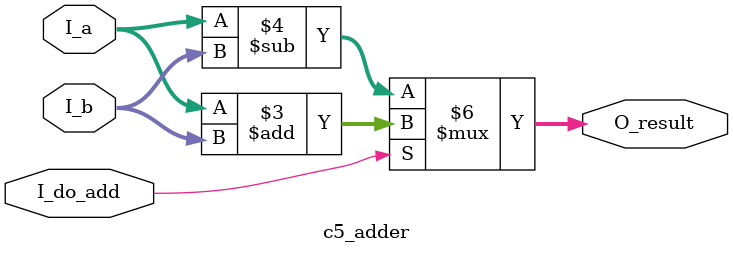
<source format=v>

module c5_adder#(parameter 
	WIDTH = 32 
	) (
	output reg [WIDTH:0] O_result,
	input [WIDTH-1:0] I_a,
	input [WIDTH-1:0] I_b,
	input I_do_add
);


/*
reg carry_in;
reg [WIDTH-1:0] bb;
integer i;
*/
always @(*) begin
/*	if (I_do_add == 1) begin
		bb = I_b;
		carry_in = 0;
	end else begin
		bb = ~I_b;
		carry_in = 1;
	end
	for (i = 0; i < WIDTH; i = i + 1) begin
		O_result[i] = I_a[i] ^ bb[i] ^ carry_in;
		carry_in = (carry_in & (I_a[i] | bb[i])) |
			(I_a[i] & bb[i]);
	end
	
	O_result[WIDTH] = carry_in ~^ I_do_add;
	*/
    if (I_do_add == 1) begin
        O_result <= I_a + I_b;
    end else begin
        O_result <= I_a - I_b;
    end
end

endmodule


</source>
